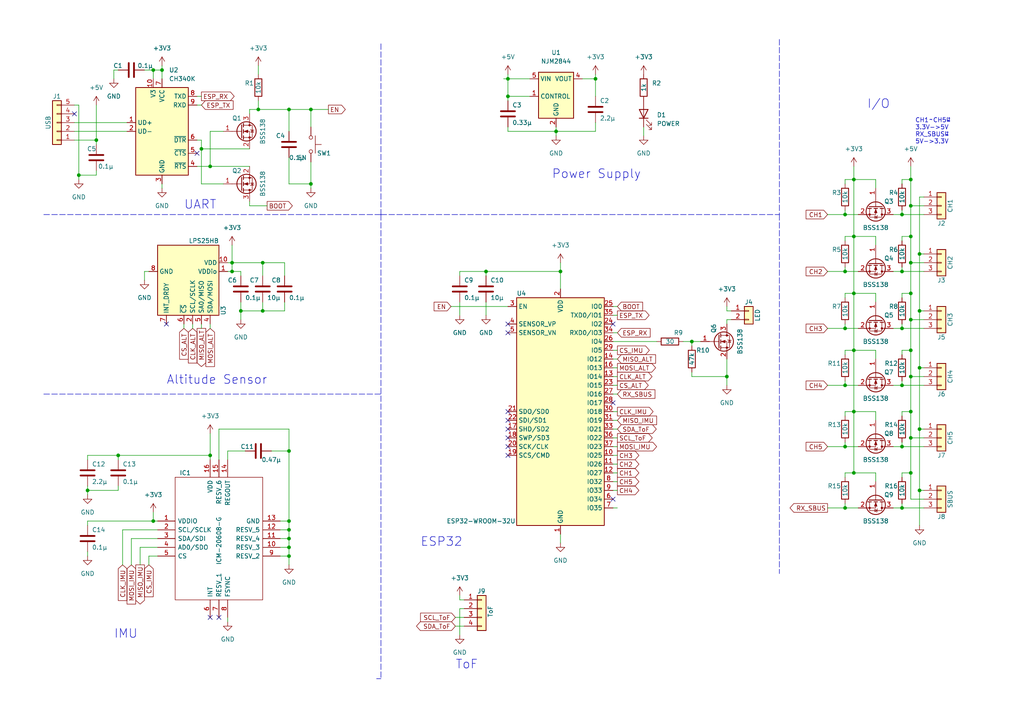
<source format=kicad_sch>
(kicad_sch (version 20211123) (generator eeschema)
  (paper "A4")
  (junction (at 264.16 137.16))
  (junction (at 147.32 22.86))
  (junction (at 74.93 31.75))
  (junction (at 27.94 40.64))
  (junction (at 264.16 85.09))
  (junction (at 90.17 53.34))
  (junction (at 76.2 90.17))
  (junction (at 266.7 90.17))
  (junction (at 83.82 151.13))
  (junction (at 25.4 142.24))
  (junction (at 60.96 48.26))
  (junction (at 266.7 73.66))
  (junction (at 261.62 111.76))
  (junction (at 261.62 147.32))
  (junction (at 140.97 78.74))
  (junction (at 83.82 156.21))
  (junction (at 264.16 52.07))
  (junction (at 44.45 151.13))
  (junction (at 247.65 137.16))
  (junction (at 247.65 85.09))
  (junction (at 76.2 76.2))
  (junction (at 245.11 111.76))
  (junction (at 245.11 95.25))
  (junction (at 83.82 161.29))
  (junction (at 90.17 31.75))
  (junction (at 245.11 62.23))
  (junction (at 34.29 132.08))
  (junction (at 245.11 147.32))
  (junction (at 261.62 129.54))
  (junction (at 22.86 50.8))
  (junction (at 83.82 31.75))
  (junction (at 162.56 78.74))
  (junction (at 83.82 158.75))
  (junction (at 83.82 130.81))
  (junction (at 172.72 22.86))
  (junction (at 83.82 153.67))
  (junction (at 264.16 119.38))
  (junction (at 266.7 142.24))
  (junction (at 264.16 101.6))
  (junction (at 264.16 59.69))
  (junction (at 247.65 101.6))
  (junction (at 67.31 76.2))
  (junction (at 161.29 38.1))
  (junction (at 264.16 127))
  (junction (at 210.82 109.22))
  (junction (at 60.96 132.08))
  (junction (at 264.16 92.71))
  (junction (at 44.45 20.32))
  (junction (at 69.85 90.17))
  (junction (at 264.16 109.22))
  (junction (at 266.7 124.46))
  (junction (at 67.31 78.74))
  (junction (at 247.65 119.38))
  (junction (at 264.16 76.2))
  (junction (at 147.32 27.94))
  (junction (at 247.65 52.07))
  (junction (at 266.7 106.68))
  (junction (at 247.65 68.58))
  (junction (at 46.99 20.32))
  (junction (at 58.42 43.18))
  (junction (at 261.62 62.23))
  (junction (at 245.11 129.54))
  (junction (at 261.62 78.74))
  (junction (at 264.16 68.58))
  (junction (at 261.62 95.25))
  (junction (at 245.11 78.74))
  (junction (at 200.66 99.06))
  (no_connect (at 177.8 144.78))
  (no_connect (at 147.32 119.38))
  (no_connect (at 147.32 121.92))
  (no_connect (at 147.32 132.08))
  (no_connect (at 147.32 129.54))
  (no_connect (at 147.32 124.46))
  (no_connect (at 147.32 127))
  (no_connect (at 60.96 179.07))
  (no_connect (at 177.8 116.84))
  (no_connect (at 21.59 33.02))
  (no_connect (at 63.5 179.07))
  (no_connect (at 48.26 93.98))
  (no_connect (at 57.15 44.45))
  (no_connect (at 147.32 93.98))
  (no_connect (at 147.32 96.52))
  (no_connect (at 177.8 93.98))
  (wire (pts (xy 247.65 52.07) (xy 247.65 68.58)))
  (wire (pts (xy 266.7 90.17) (xy 266.7 106.68)))
  (wire (pts (xy 34.29 132.08) (xy 60.96 132.08)))
  (wire (pts (xy 261.62 85.09) (xy 261.62 86.36)))
  (wire (pts (xy 264.16 119.38) (xy 264.16 127)))
  (wire (pts (xy 240.03 147.32) (xy 245.11 147.32)))
  (wire (pts (xy 177.8 137.16) (xy 179.07 137.16)))
  (wire (pts (xy 172.72 21.59) (xy 172.72 22.86)))
  (wire (pts (xy 261.62 129.54) (xy 267.97 129.54)))
  (wire (pts (xy 200.66 107.95) (xy 200.66 109.22)))
  (wire (pts (xy 43.18 161.29) (xy 45.72 161.29)))
  (wire (pts (xy 254 87.63) (xy 254 85.09)))
  (wire (pts (xy 267.97 57.15) (xy 266.7 57.15)))
  (wire (pts (xy 45.72 156.21) (xy 38.1 156.21)))
  (wire (pts (xy 259.08 95.25) (xy 261.62 95.25)))
  (wire (pts (xy 161.29 38.1) (xy 161.29 39.37)))
  (wire (pts (xy 76.2 76.2) (xy 67.31 76.2)))
  (wire (pts (xy 147.32 22.86) (xy 147.32 27.94)))
  (wire (pts (xy 177.8 91.44) (xy 179.07 91.44)))
  (wire (pts (xy 133.35 176.53) (xy 134.62 176.53)))
  (wire (pts (xy 133.35 78.74) (xy 133.35 80.01)))
  (wire (pts (xy 43.18 163.83) (xy 43.18 161.29)))
  (wire (pts (xy 177.8 114.3) (xy 179.07 114.3)))
  (wire (pts (xy 130.81 88.9) (xy 147.32 88.9)))
  (wire (pts (xy 90.17 53.34) (xy 90.17 54.61)))
  (wire (pts (xy 21.59 30.48) (xy 22.86 30.48)))
  (wire (pts (xy 261.62 52.07) (xy 261.62 53.34)))
  (wire (pts (xy 177.8 124.46) (xy 179.07 124.46)))
  (wire (pts (xy 133.35 78.74) (xy 140.97 78.74)))
  (wire (pts (xy 254 121.92) (xy 254 119.38)))
  (bus (pts (xy 156.21 -11.43) (xy 156.21 -2.54)))
  (wire (pts (xy 41.91 78.74) (xy 43.18 78.74)))
  (wire (pts (xy 27.94 40.64) (xy 27.94 41.91)))
  (wire (pts (xy 58.42 43.18) (xy 72.39 43.18)))
  (wire (pts (xy 245.11 62.23) (xy 245.11 60.96)))
  (wire (pts (xy 247.65 48.26) (xy 247.65 52.07)))
  (wire (pts (xy 240.03 62.23) (xy 245.11 62.23)))
  (wire (pts (xy 240.03 95.25) (xy 245.11 95.25)))
  (wire (pts (xy 22.86 30.48) (xy 22.86 50.8)))
  (wire (pts (xy 247.65 119.38) (xy 247.65 137.16)))
  (wire (pts (xy 177.8 139.7) (xy 179.07 139.7)))
  (wire (pts (xy 264.16 48.26) (xy 264.16 52.07)))
  (wire (pts (xy 133.35 87.63) (xy 133.35 91.44)))
  (wire (pts (xy 264.16 85.09) (xy 264.16 92.71)))
  (wire (pts (xy 245.11 111.76) (xy 245.11 110.49)))
  (wire (pts (xy 210.82 93.98) (xy 210.82 92.71)))
  (wire (pts (xy 140.97 78.74) (xy 140.97 80.01)))
  (wire (pts (xy 162.56 154.94) (xy 162.56 157.48)))
  (wire (pts (xy 240.03 111.76) (xy 245.11 111.76)))
  (wire (pts (xy 264.16 92.71) (xy 267.97 92.71)))
  (wire (pts (xy 60.96 38.1) (xy 60.96 48.26)))
  (wire (pts (xy 245.11 95.25) (xy 248.92 95.25)))
  (wire (pts (xy 261.62 110.49) (xy 261.62 111.76)))
  (wire (pts (xy 245.11 119.38) (xy 245.11 120.65)))
  (wire (pts (xy 83.82 31.75) (xy 83.82 38.1)))
  (wire (pts (xy 72.39 33.02) (xy 72.39 31.75)))
  (wire (pts (xy 90.17 31.75) (xy 90.17 36.83)))
  (wire (pts (xy 83.82 153.67) (xy 83.82 151.13)))
  (wire (pts (xy 57.15 30.48) (xy 58.42 30.48)))
  (wire (pts (xy 245.11 137.16) (xy 245.11 138.43)))
  (wire (pts (xy 60.96 48.26) (xy 72.39 48.26)))
  (wire (pts (xy 69.85 80.01) (xy 69.85 78.74)))
  (wire (pts (xy 264.16 101.6) (xy 264.16 109.22)))
  (wire (pts (xy 240.03 129.54) (xy 245.11 129.54)))
  (wire (pts (xy 177.8 101.6) (xy 179.07 101.6)))
  (wire (pts (xy 46.99 53.34) (xy 46.99 54.61)))
  (wire (pts (xy 264.16 76.2) (xy 267.97 76.2)))
  (wire (pts (xy 247.65 101.6) (xy 247.65 119.38)))
  (wire (pts (xy 161.29 38.1) (xy 172.72 38.1)))
  (wire (pts (xy 74.93 19.05) (xy 74.93 21.59)))
  (wire (pts (xy 41.91 81.28) (xy 41.91 78.74)))
  (wire (pts (xy 261.62 68.58) (xy 261.62 69.85)))
  (wire (pts (xy 247.65 85.09) (xy 245.11 85.09)))
  (wire (pts (xy 210.82 90.17) (xy 212.09 90.17)))
  (polyline (pts (xy 226.06 11.43) (xy 226.06 62.23)))
  (wire (pts (xy 247.65 52.07) (xy 254 52.07)))
  (wire (pts (xy 266.7 124.46) (xy 266.7 142.24)))
  (wire (pts (xy 133.35 184.15) (xy 133.35 176.53)))
  (wire (pts (xy 245.11 129.54) (xy 248.92 129.54)))
  (wire (pts (xy 245.11 95.25) (xy 245.11 93.98)))
  (wire (pts (xy 72.39 31.75) (xy 74.93 31.75)))
  (wire (pts (xy 34.29 140.97) (xy 34.29 142.24)))
  (wire (pts (xy 266.7 142.24) (xy 267.97 142.24)))
  (wire (pts (xy 69.85 90.17) (xy 69.85 92.71)))
  (wire (pts (xy 245.11 78.74) (xy 248.92 78.74)))
  (wire (pts (xy 247.65 68.58) (xy 254 68.58)))
  (wire (pts (xy 33.02 20.32) (xy 34.29 20.32)))
  (wire (pts (xy 55.88 93.98) (xy 55.88 95.25)))
  (wire (pts (xy 177.8 88.9) (xy 179.07 88.9)))
  (wire (pts (xy 60.96 93.98) (xy 60.96 95.25)))
  (wire (pts (xy 76.2 90.17) (xy 69.85 90.17)))
  (wire (pts (xy 200.66 99.06) (xy 200.66 100.33)))
  (wire (pts (xy 177.8 96.52) (xy 179.07 96.52)))
  (wire (pts (xy 69.85 87.63) (xy 69.85 90.17)))
  (wire (pts (xy 140.97 87.63) (xy 140.97 91.44)))
  (wire (pts (xy 60.96 132.08) (xy 60.96 133.35)))
  (wire (pts (xy 267.97 90.17) (xy 266.7 90.17)))
  (wire (pts (xy 67.31 76.2) (xy 66.04 76.2)))
  (wire (pts (xy 261.62 128.27) (xy 261.62 129.54)))
  (wire (pts (xy 247.65 137.16) (xy 254 137.16)))
  (wire (pts (xy 25.4 160.02) (xy 25.4 161.29)))
  (wire (pts (xy 247.65 119.38) (xy 245.11 119.38)))
  (wire (pts (xy 177.8 104.14) (xy 179.07 104.14)))
  (wire (pts (xy 261.62 146.05) (xy 261.62 147.32)))
  (wire (pts (xy 63.5 133.35) (xy 63.5 124.46)))
  (wire (pts (xy 264.16 59.69) (xy 267.97 59.69)))
  (wire (pts (xy 267.97 106.68) (xy 266.7 106.68)))
  (bus (pts (xy 142.24 -2.54) (xy 156.21 -2.54)))
  (wire (pts (xy 83.82 161.29) (xy 83.82 158.75)))
  (wire (pts (xy 259.08 78.74) (xy 261.62 78.74)))
  (wire (pts (xy 245.11 111.76) (xy 248.92 111.76)))
  (polyline (pts (xy 110.49 12.7) (xy 110.49 62.23)))
  (wire (pts (xy 146.05 22.86) (xy 147.32 22.86)))
  (wire (pts (xy 90.17 31.75) (xy 95.25 31.75)))
  (wire (pts (xy 57.15 27.94) (xy 58.42 27.94)))
  (wire (pts (xy 90.17 46.99) (xy 90.17 53.34)))
  (wire (pts (xy 261.62 147.32) (xy 267.97 147.32)))
  (wire (pts (xy 266.7 57.15) (xy 266.7 73.66)))
  (wire (pts (xy 264.16 144.78) (xy 264.16 137.16)))
  (wire (pts (xy 177.8 111.76) (xy 179.07 111.76)))
  (wire (pts (xy 58.42 43.18) (xy 58.42 53.34)))
  (wire (pts (xy 210.82 104.14) (xy 210.82 109.22)))
  (wire (pts (xy 254 104.14) (xy 254 101.6)))
  (wire (pts (xy 83.82 53.34) (xy 90.17 53.34)))
  (wire (pts (xy 76.2 80.01) (xy 76.2 76.2)))
  (polyline (pts (xy 109.22 196.85) (xy 110.49 196.85)))
  (wire (pts (xy 245.11 147.32) (xy 248.92 147.32)))
  (wire (pts (xy 245.11 129.54) (xy 245.11 128.27)))
  (wire (pts (xy 172.72 22.86) (xy 172.72 27.94)))
  (wire (pts (xy 78.74 130.81) (xy 83.82 130.81)))
  (wire (pts (xy 245.11 62.23) (xy 248.92 62.23)))
  (wire (pts (xy 67.31 71.12) (xy 67.31 76.2)))
  (wire (pts (xy 259.08 111.76) (xy 261.62 111.76)))
  (wire (pts (xy 261.62 137.16) (xy 264.16 137.16)))
  (wire (pts (xy 247.65 85.09) (xy 247.65 101.6)))
  (wire (pts (xy 81.28 156.21) (xy 83.82 156.21)))
  (wire (pts (xy 198.12 99.06) (xy 200.66 99.06)))
  (wire (pts (xy 66.04 78.74) (xy 67.31 78.74)))
  (wire (pts (xy 266.7 73.66) (xy 266.7 90.17)))
  (wire (pts (xy 210.82 109.22) (xy 210.82 111.76)))
  (wire (pts (xy 63.5 124.46) (xy 83.82 124.46)))
  (wire (pts (xy 264.16 59.69) (xy 264.16 68.58)))
  (wire (pts (xy 53.34 93.98) (xy 53.34 95.25)))
  (wire (pts (xy 210.82 88.9) (xy 210.82 90.17)))
  (wire (pts (xy 67.31 78.74) (xy 67.31 76.2)))
  (wire (pts (xy 264.16 127) (xy 267.97 127)))
  (wire (pts (xy 245.11 68.58) (xy 245.11 69.85)))
  (wire (pts (xy 177.8 134.62) (xy 179.07 134.62)))
  (wire (pts (xy 27.94 49.53) (xy 27.94 50.8)))
  (wire (pts (xy 74.93 31.75) (xy 83.82 31.75)))
  (wire (pts (xy 69.85 78.74) (xy 67.31 78.74)))
  (wire (pts (xy 83.82 124.46) (xy 83.82 130.81)))
  (wire (pts (xy 76.2 87.63) (xy 76.2 90.17)))
  (wire (pts (xy 261.62 137.16) (xy 261.62 138.43)))
  (wire (pts (xy 245.11 137.16) (xy 247.65 137.16)))
  (wire (pts (xy 25.4 142.24) (xy 25.4 143.51)))
  (wire (pts (xy 83.82 156.21) (xy 83.82 153.67)))
  (wire (pts (xy 177.8 106.68) (xy 179.07 106.68)))
  (wire (pts (xy 245.11 101.6) (xy 245.11 102.87)))
  (wire (pts (xy 240.03 78.74) (xy 245.11 78.74)))
  (wire (pts (xy 25.4 152.4) (xy 25.4 151.13)))
  (wire (pts (xy 60.96 38.1) (xy 64.77 38.1)))
  (wire (pts (xy 259.08 62.23) (xy 261.62 62.23)))
  (wire (pts (xy 177.8 99.06) (xy 190.5 99.06)))
  (wire (pts (xy 177.8 147.32) (xy 179.07 147.32)))
  (wire (pts (xy 247.65 68.58) (xy 247.65 85.09)))
  (wire (pts (xy 245.11 52.07) (xy 245.11 53.34)))
  (wire (pts (xy 247.65 52.07) (xy 245.11 52.07)))
  (wire (pts (xy 264.16 85.09) (xy 261.62 85.09)))
  (wire (pts (xy 72.39 59.69) (xy 72.39 58.42)))
  (wire (pts (xy 247.65 101.6) (xy 254 101.6)))
  (wire (pts (xy 267.97 73.66) (xy 266.7 73.66)))
  (wire (pts (xy 264.16 76.2) (xy 264.16 85.09)))
  (wire (pts (xy 147.32 38.1) (xy 161.29 38.1)))
  (wire (pts (xy 60.96 125.73) (xy 60.96 132.08)))
  (wire (pts (xy 25.4 142.24) (xy 34.29 142.24)))
  (wire (pts (xy 76.2 90.17) (xy 82.55 90.17)))
  (wire (pts (xy 254 54.61) (xy 254 52.07)))
  (wire (pts (xy 261.62 93.98) (xy 261.62 95.25)))
  (wire (pts (xy 247.65 85.09) (xy 254 85.09)))
  (wire (pts (xy 25.4 151.13) (xy 44.45 151.13)))
  (wire (pts (xy 264.16 68.58) (xy 264.16 76.2)))
  (wire (pts (xy 264.16 119.38) (xy 261.62 119.38)))
  (wire (pts (xy 82.55 76.2) (xy 76.2 76.2)))
  (wire (pts (xy 147.32 27.94) (xy 153.67 27.94)))
  (wire (pts (xy 74.93 29.21) (xy 74.93 31.75)))
  (wire (pts (xy 58.42 43.18) (xy 58.42 40.64)))
  (wire (pts (xy 22.86 50.8) (xy 22.86 52.07)))
  (wire (pts (xy 147.32 21.59) (xy 147.32 22.86)))
  (wire (pts (xy 177.8 129.54) (xy 179.07 129.54)))
  (wire (pts (xy 132.08 181.61) (xy 134.62 181.61)))
  (wire (pts (xy 147.32 36.83) (xy 147.32 38.1)))
  (wire (pts (xy 132.08 179.07) (xy 134.62 179.07)))
  (wire (pts (xy 147.32 22.86) (xy 153.67 22.86)))
  (wire (pts (xy 177.8 119.38) (xy 179.07 119.38)))
  (wire (pts (xy 147.32 27.94) (xy 147.32 29.21)))
  (polyline (pts (xy 110.49 62.23) (xy 226.06 62.23)))
  (wire (pts (xy 247.65 119.38) (xy 254 119.38)))
  (wire (pts (xy 177.8 132.08) (xy 179.07 132.08)))
  (wire (pts (xy 245.11 85.09) (xy 245.11 86.36)))
  (wire (pts (xy 81.28 153.67) (xy 83.82 153.67)))
  (wire (pts (xy 66.04 133.35) (xy 66.04 130.81)))
  (wire (pts (xy 21.59 35.56) (xy 36.83 35.56)))
  (wire (pts (xy 133.35 172.72) (xy 133.35 173.99)))
  (wire (pts (xy 177.8 121.92) (xy 179.07 121.92)))
  (wire (pts (xy 57.15 40.64) (xy 58.42 40.64)))
  (wire (pts (xy 264.16 109.22) (xy 264.16 119.38)))
  (wire (pts (xy 264.16 68.58) (xy 261.62 68.58)))
  (wire (pts (xy 83.82 45.72) (xy 83.82 53.34)))
  (wire (pts (xy 21.59 40.64) (xy 27.94 40.64)))
  (wire (pts (xy 44.45 148.59) (xy 44.45 151.13)))
  (wire (pts (xy 27.94 40.64) (xy 27.94 30.48)))
  (wire (pts (xy 266.7 106.68) (xy 266.7 124.46)))
  (wire (pts (xy 254 71.12) (xy 254 68.58)))
  (wire (pts (xy 161.29 36.83) (xy 161.29 38.1)))
  (wire (pts (xy 261.62 60.96) (xy 261.62 62.23)))
  (wire (pts (xy 83.82 130.81) (xy 83.82 151.13)))
  (wire (pts (xy 81.28 161.29) (xy 83.82 161.29)))
  (wire (pts (xy 162.56 78.74) (xy 162.56 83.82)))
  (wire (pts (xy 259.08 129.54) (xy 261.62 129.54)))
  (wire (pts (xy 254 137.16) (xy 254 139.7)))
  (wire (pts (xy 200.66 99.06) (xy 203.2 99.06)))
  (polyline (pts (xy 12.7 114.3) (xy 110.49 114.3)))
  (wire (pts (xy 33.02 22.86) (xy 33.02 20.32)))
  (wire (pts (xy 40.64 163.83) (xy 40.64 158.75)))
  (wire (pts (xy 82.55 80.01) (xy 82.55 76.2)))
  (wire (pts (xy 46.99 19.05) (xy 46.99 20.32)))
  (wire (pts (xy 21.59 38.1) (xy 36.83 38.1)))
  (wire (pts (xy 82.55 87.63) (xy 82.55 90.17)))
  (wire (pts (xy 162.56 76.2) (xy 162.56 78.74)))
  (wire (pts (xy 66.04 179.07) (xy 66.04 180.34)))
  (polyline (pts (xy 226.06 62.23) (xy 226.06 166.37)))
  (wire (pts (xy 83.82 158.75) (xy 83.82 156.21)))
  (wire (pts (xy 27.94 50.8) (xy 22.86 50.8)))
  (wire (pts (xy 81.28 158.75) (xy 83.82 158.75)))
  (wire (pts (xy 38.1 156.21) (xy 38.1 163.83)))
  (wire (pts (xy 172.72 35.56) (xy 172.72 38.1)))
  (wire (pts (xy 247.65 68.58) (xy 245.11 68.58)))
  (wire (pts (xy 264.16 52.07) (xy 261.62 52.07)))
  (wire (pts (xy 267.97 124.46) (xy 266.7 124.46)))
  (polyline (pts (xy 110.49 62.23) (xy 110.49 196.85)))
  (wire (pts (xy 83.82 151.13) (xy 81.28 151.13)))
  (wire (pts (xy 200.66 109.22) (xy 210.82 109.22)))
  (wire (pts (xy 264.16 127) (xy 264.16 137.16)))
  (wire (pts (xy 261.62 78.74) (xy 267.97 78.74)))
  (wire (pts (xy 264.16 52.07) (xy 264.16 59.69)))
  (wire (pts (xy 245.11 147.32) (xy 245.11 146.05)))
  (wire (pts (xy 259.08 147.32) (xy 261.62 147.32)))
  (wire (pts (xy 140.97 78.74) (xy 162.56 78.74)))
  (wire (pts (xy 261.62 101.6) (xy 261.62 102.87)))
  (wire (pts (xy 266.7 152.4) (xy 266.7 142.24)))
  (wire (pts (xy 177.8 127) (xy 179.07 127)))
  (wire (pts (xy 44.45 20.32) (xy 46.99 20.32)))
  (wire (pts (xy 57.15 48.26) (xy 60.96 48.26)))
  (wire (pts (xy 261.62 77.47) (xy 261.62 78.74)))
  (wire (pts (xy 177.8 109.22) (xy 179.07 109.22)))
  (wire (pts (xy 245.11 78.74) (xy 245.11 77.47)))
  (wire (pts (xy 72.39 59.69) (xy 77.47 59.69)))
  (wire (pts (xy 133.35 173.99) (xy 134.62 173.99)))
  (wire (pts (xy 261.62 119.38) (xy 261.62 120.65)))
  (wire (pts (xy 66.04 130.81) (xy 71.12 130.81)))
  (wire (pts (xy 168.91 22.86) (xy 172.72 22.86)))
  (wire (pts (xy 210.82 92.71) (xy 212.09 92.71)))
  (wire (pts (xy 58.42 93.98) (xy 58.42 95.25)))
  (wire (pts (xy 261.62 95.25) (xy 267.97 95.25)))
  (wire (pts (xy 25.4 132.08) (xy 34.29 132.08)))
  (wire (pts (xy 83.82 31.75) (xy 90.17 31.75)))
  (wire (pts (xy 35.56 153.67) (xy 35.56 163.83)))
  (wire (pts (xy 46.99 20.32) (xy 46.99 22.86)))
  (wire (pts (xy 186.69 39.37) (xy 186.69 36.83)))
  (wire (pts (xy 83.82 163.83) (xy 83.82 161.29)))
  (polyline (pts (xy 12.7 62.23) (xy 110.49 62.23)))
  (wire (pts (xy 34.29 132.08) (xy 34.29 133.35)))
  (wire (pts (xy 264.16 101.6) (xy 261.62 101.6)))
  (wire (pts (xy 64.77 53.34) (xy 58.42 53.34)))
  (wire (pts (xy 25.4 133.35) (xy 25.4 132.08)))
  (wire (pts (xy 44.45 20.32) (xy 44.45 22.86)))
  (wire (pts (xy 264.16 92.71) (xy 264.16 101.6)))
  (wire (pts (xy 40.64 158.75) (xy 45.72 158.75)))
  (wire (pts (xy 25.4 140.97) (xy 25.4 142.24)))
  (wire (pts (xy 261.62 62.23) (xy 267.97 62.23)))
  (wire (pts (xy 247.65 101.6) (xy 245.11 101.6)))
  (wire (pts (xy 41.91 20.32) (xy 44.45 20.32)))
  (wire (pts (xy 44.45 151.13) (xy 45.72 151.13)))
  (wire (pts (xy 264.16 109.22) (xy 267.97 109.22)))
  (wire (pts (xy 261.62 111.76) (xy 267.97 111.76)))
  (wire (pts (xy 264.16 144.78) (xy 267.97 144.78)))
  (wire (pts (xy 177.8 142.24) (xy 179.07 142.24)))
  (wire (pts (xy 45.72 153.67) (xy 35.56 153.67)))
  (text "ToF" (at 132.08 194.31 0) (effects (font (size 2.54 2.54)) (justify left bottom)))
  (text "ESP32" (at 121.92 158.75 0) (effects (font (size 2.54 2.54)) (justify left bottom)))
  (text "CH1～CH5は\n3.3V->5V\nRX_SBUSは\n5V->3.3V" (at 265.43 41.91 0) (effects (font (size 1.27 1.27)) (justify left bottom)))
  (text "I/O" (at 251.46 31.75 0) (effects (font (size 2.54 2.54)) (justify left bottom)))
  (text "Power Supply" (at 160.02 52.07 0) (effects (font (size 2.54 2.54)) (justify left bottom)))
  (text "IMU" (at 33.02 185.42 0) (effects (font (size 2.54 2.54)) (justify left bottom)))
  (text "Altitude Sensor" (at 48.26 111.76 0) (effects (font (size 2.54 2.54)) (justify left bottom)))
  (text "UART" (at 53.34 60.96 0) (effects (font (size 2.54 2.54)) (justify left bottom)))
  (global_label "CH2" (shape output) (at 179.07 134.62 0) (property "Intersheet References" "${INTERSHEET_REFS}" (effects hide)))
  (global_label "CH1" (shape input) (at 240.03 62.23 180) (property "Intersheet References" "${INTERSHEET_REFS}" (effects hide)))
  (global_label "ESP_TX" (shape input) (at 58.42 30.48 0) (property "Intersheet References" "${INTERSHEET_REFS}" (effects hide)))
  (global_label "CH4" (shape output) (at 179.07 142.24 0) (property "Intersheet References" "${INTERSHEET_REFS}" (effects hide)))
  (global_label "CH5" (shape output) (at 179.07 139.7 0) (property "Intersheet References" "${INTERSHEET_REFS}" (effects hide)))
  (global_label "MISO_IMU" (shape input) (at 179.07 121.92 0) (property "Intersheet References" "${INTERSHEET_REFS}" (effects hide)))
  (global_label "CH2" (shape input) (at 240.03 78.74 180) (property "Intersheet References" "${INTERSHEET_REFS}" (effects hide)))
  (global_label "EN" (shape input) (at 130.81 88.9 180) (property "Intersheet References" "${INTERSHEET_REFS}" (effects hide)))
  (global_label "SCL_ToF" (shape input) (at 132.08 179.07 180) (property "Intersheet References" "${INTERSHEET_REFS}" (effects hide)))
  (global_label "SCL_ToF" (shape output) (at 179.07 127 0) (property "Intersheet References" "${INTERSHEET_REFS}" (effects hide)))
  (global_label "MISO_IMU" (shape output) (at 40.64 163.83 270) (property "Intersheet References" "${INTERSHEET_REFS}" (effects hide)))
  (global_label "RX_SBUS" (shape output) (at 240.03 147.32 180) (property "Intersheet References" "${INTERSHEET_REFS}" (effects hide)))
  (global_label "CH3" (shape input) (at 240.03 95.25 180) (property "Intersheet References" "${INTERSHEET_REFS}" (effects hide)))
  (global_label "CS_ALT" (shape input) (at 53.34 95.25 270) (property "Intersheet References" "${INTERSHEET_REFS}" (effects hide)))
  (global_label "CH4" (shape input) (at 240.03 111.76 180) (property "Intersheet References" "${INTERSHEET_REFS}" (effects hide)))
  (global_label "CS_IMU" (shape input) (at 43.18 163.83 270) (property "Intersheet References" "${INTERSHEET_REFS}" (effects hide)))
  (global_label "CS_ALT" (shape output) (at 179.07 111.76 0) (property "Intersheet References" "${INTERSHEET_REFS}" (effects hide)))
  (global_label "SDA_ToF" (shape bidirectional) (at 132.08 181.61 180) (property "Intersheet References" "${INTERSHEET_REFS}" (effects hide)))
  (global_label "ESP_RX" (shape input) (at 179.07 96.52 0) (property "Intersheet References" "${INTERSHEET_REFS}" (effects hide)))
  (global_label "EN" (shape output) (at 95.25 31.75 0) (property "Intersheet References" "${INTERSHEET_REFS}" (effects hide)))
  (global_label "MISO_ALT" (shape output) (at 58.42 95.25 270) (property "Intersheet References" "${INTERSHEET_REFS}" (effects hide)))
  (global_label "MOSI_ALT" (shape output) (at 179.07 106.68 0) (property "Intersheet References" "${INTERSHEET_REFS}" (effects hide)))
  (global_label "CLK_IMU" (shape input) (at 35.56 163.83 270) (property "Intersheet References" "${INTERSHEET_REFS}" (effects hide)))
  (global_label "CS_IMU" (shape output) (at 179.07 101.6 0) (property "Intersheet References" "${INTERSHEET_REFS}" (effects hide)))
  (global_label "MISO_ALT" (shape input) (at 179.07 104.14 0) (property "Intersheet References" "${INTERSHEET_REFS}" (effects hide)))
  (global_label "MOSI_ALT" (shape input) (at 60.96 95.25 270) (property "Intersheet References" "${INTERSHEET_REFS}" (effects hide)))
  (global_label "BOOT" (shape input) (at 179.07 88.9 0) (property "Intersheet References" "${INTERSHEET_REFS}" (effects hide)))
  (global_label "CH5" (shape input) (at 240.03 129.54 180) (property "Intersheet References" "${INTERSHEET_REFS}" (effects hide)))
  (global_label "ESP_TX" (shape output) (at 179.07 91.44 0) (property "Intersheet References" "${INTERSHEET_REFS}" (effects hide)))
  (global_label "RX_SBUS" (shape input) (at 179.07 114.3 0) (property "Intersheet References" "${INTERSHEET_REFS}" (effects hide)))
  (global_label "CH3" (shape output) (at 179.07 132.08 0) (property "Intersheet References" "${INTERSHEET_REFS}" (effects hide)))
  (global_label "MOSI_IMU" (shape output) (at 179.07 129.54 0) (property "Intersheet References" "${INTERSHEET_REFS}" (effects hide)))
  (global_label "CH1" (shape output) (at 179.07 137.16 0) (property "Intersheet References" "${INTERSHEET_REFS}" (effects hide)))
  (global_label "MOSI_IMU" (shape input) (at 38.1 163.83 270) (property "Intersheet References" "${INTERSHEET_REFS}" (effects hide)))
  (global_label "BOOT" (shape output) (at 77.47 59.69 0) (property "Intersheet References" "${INTERSHEET_REFS}" (effects hide)))
  (global_label "ESP_RX" (shape output) (at 58.42 27.94 0) (property "Intersheet References" "${INTERSHEET_REFS}" (effects hide)))
  (global_label "CLK_ALT" (shape input) (at 55.88 95.25 270) (property "Intersheet References" "${INTERSHEET_REFS}" (effects hide)))
  (global_label "SDA_ToF" (shape bidirectional) (at 179.07 124.46 0) (property "Intersheet References" "${INTERSHEET_REFS}" (effects hide)))
  (global_label "CLK_IMU" (shape output) (at 179.07 119.38 0) (property "Intersheet References" "${INTERSHEET_REFS}" (effects hide)))
  (global_label "CLK_ALT" (shape output) (at 179.07 109.22 0) (property "Intersheet References" "${INTERSHEET_REFS}" (effects hide)))
  (symbol (lib_id "power:+3V3") (at 172.72 21.59 0) (unit 1)
    (property "Reference" "#PWR04" (effects hide))
    (property "Value" "+3V3" (at 172.72 16.51 0))
  )
  (symbol (lib_id "NJM2844:NJM2844") (at 161.29 25.4 0) (unit 1)
    (property "Reference" "U1" (at 161.29 15.24 0))
    (property "Value" "NJM2844" (at 161.29 17.78 0))
    (property "Footprint" "Package_TO_SOT_SMD:SOT-89-5_Handsoldering" (effects hide))
  )
  (symbol (lib_id "Connector_Generic:Conn_01x03") (at 273.05 59.69 0) (unit 1)
    (property "Reference" "J2" (at 273.05 64.77 0))
    (property "Value" "CH1" (at 275.59 59.69 90))
    (property "Footprint" "Connector_PinHeader_2.54mm:PinHeader_1x03_P2.54mm_Vertical" (effects hide))
  )
  (symbol (lib_id "power:GND") (at 41.91 81.28 0) (unit 1)
    (property "Reference" "#PWR017" (effects hide))
    (property "Value" "GND" (at 41.91 86.36 0))
  )
  (symbol (lib_id "power:GND") (at 140.97 91.44 0) (unit 1)
    (property "Reference" "#PWR020" (effects hide))
    (property "Value" "GND" (at 140.97 96.52 0))
  )
  (symbol (lib_id "power:+5V") (at 147.32 21.59 0) (unit 1)
    (property "Reference" "#PWR03" (effects hide))
    (property "Value" "+5V" (at 147.32 16.51 0))
  )
  (symbol (lib_id "power:GND") (at 69.85 92.71 0) (unit 1)
    (property "Reference" "#PWR021" (effects hide))
    (property "Value" "GND" (at 69.85 97.79 0))
  )
  (symbol (lib_id "Connector_Generic:Conn_01x03") (at 273.05 109.22 0) (unit 1)
    (property "Reference" "J6" (at 273.05 114.3 0))
    (property "Value" "CH4" (at 275.59 109.22 90))
    (property "Footprint" "Connector_PinHeader_2.54mm:PinHeader_1x03_P2.54mm_Vertical" (effects hide))
  )
  (symbol (lib_id "Device:C") (at 140.97 83.82 0) (unit 1)
    (property "Reference" "C10" (at 142.24 81.28 0) (effects (justify left)))
    (property "Value" "10μ" (at 142.24 86.36 0) (effects (justify left)))
    (property "Footprint" "Capacitor_SMD:C_0603_1608Metric_Pad1.08x0.95mm_HandSolder" (effects hide))
  )
  (symbol (lib_id "power:+5V") (at 27.94 30.48 0) (unit 1)
    (property "Reference" "#PWR07" (effects hide))
    (property "Value" "+5V" (at 27.94 25.4 0))
  )
  (symbol (lib_id "Sensor_Pressure:LPS25HB") (at 55.88 81.28 270) (unit 1)
    (property "Reference" "U3" (at 64.77 91.44 0) (effects (justify right)))
    (property "Value" "LPS25HB" (at 63.5 69.85 90) (effects (justify right)))
    (property "Footprint" "Package_LGA:ST_HLGA-10_2.5x2.5mm_P0.6mm_LayoutBorder3x2y" (effects hide))
    (property "Datasheet" "www.st.com/resource/en/datasheet/lps25hb.pdf" (effects hide))
  )
  (symbol (lib_id "Connector_Generic:Conn_01x03") (at 273.05 92.71 0) (unit 1)
    (property "Reference" "J5" (at 273.05 97.79 0))
    (property "Value" "CH3" (at 275.59 92.71 90))
    (property "Footprint" "Connector_PinHeader_2.54mm:PinHeader_1x03_P2.54mm_Vertical" (effects hide))
  )
  (symbol (lib_id "Device:R") (at 245.11 73.66 0) (unit 1)
    (property "Reference" "R5" (at 241.3 72.39 0) (effects (justify left)))
    (property "Value" "10k" (at 245.11 73.66 90))
    (property "Footprint" "Resistor_SMD:R_0603_1608Metric_Pad0.98x0.95mm_HandSolder" (effects hide))
  )
  (symbol (lib_id "Device:R") (at 261.62 106.68 0) (unit 1)
    (property "Reference" "R12" (at 256.54 105.41 0) (effects (justify left)))
    (property "Value" "10k" (at 261.62 106.68 90))
    (property "Footprint" "Resistor_SMD:R_0603_1608Metric_Pad0.98x0.95mm_HandSolder" (effects hide))
  )
  (symbol (lib_id "Device:C") (at 172.72 31.75 0) (unit 1)
    (property "Reference" "C2" (at 173.99 29.21 0) (effects (justify left)))
    (property "Value" "2.2μ" (at 173.99 34.29 0) (effects (justify left)))
    (property "Footprint" "Capacitor_SMD:C_0603_1608Metric_Pad1.08x0.95mm_HandSolder" (effects hide))
  )
  (symbol (lib_id "power:+3V3") (at 67.31 71.12 0) (unit 1)
    (property "Reference" "#PWR015" (effects hide))
    (property "Value" "+3V3" (at 67.31 66.04 0))
  )
  (symbol (lib_id "Connector_Generic:Conn_01x02") (at 217.17 90.17 0) (unit 1)
    (property "Reference" "J4" (at 217.17 87.63 0))
    (property "Value" "LED" (at 219.71 91.44 90))
    (property "Footprint" "Connector_PinHeader_1.27mm:PinHeader_1x02_P1.27mm_Vertical" (effects hide))
  )
  (symbol (lib_id "power:+3V3") (at 186.69 21.59 0) (unit 1)
    (property "Reference" "#PWR05" (effects hide))
    (property "Value" "+3V3" (at 186.69 16.51 0))
  )
  (symbol (lib_id "Transistor_FET:BSS138") (at 254 109.22 270) (unit 1)
    (property "Reference" "Q7" (at 257.81 107.95 90))
    (property "Value" "BSS138" (at 254 115.57 90))
    (property "Footprint" "Package_TO_SOT_SMD:SOT-23" (effects hide))
    (property "Datasheet" "https://www.onsemi.com/pub/Collateral/BSS138-D.PDF" (effects hide))
  )
  (symbol (lib_id "Device:C") (at 27.94 45.72 180) (unit 1)
    (property "Reference" "C5" (at 27.94 43.18 0) (effects (justify left)))
    (property "Value" "0.1μ" (at 33.02 48.26 0) (effects (justify left)))
    (property "Footprint" "Capacitor_SMD:C_0603_1608Metric_Pad1.08x0.95mm_HandSolder" (effects hide))
  )
  (symbol (lib_id "Device:R") (at 261.62 90.17 0) (unit 1)
    (property "Reference" "R8" (at 257.81 88.9 0) (effects (justify left)))
    (property "Value" "10k" (at 261.62 90.17 90))
    (property "Footprint" "Resistor_SMD:R_0603_1608Metric_Pad0.98x0.95mm_HandSolder" (effects hide))
  )
  (symbol (lib_id "power:GND") (at 186.69 39.37 0) (unit 1)
    (property "Reference" "#PWR09" (effects hide))
    (property "Value" "GND" (at 186.69 44.45 0))
  )
  (symbol (lib_id "Device:C") (at 74.93 130.81 90) (unit 1)
    (property "Reference" "C11" (at 73.66 129.54 90) (effects (justify left)))
    (property "Value" "0.47μ" (at 78.74 133.35 90))
    (property "Footprint" "Capacitor_SMD:C_0603_1608Metric_Pad1.08x0.95mm_HandSolder" (effects hide))
  )
  (symbol (lib_id "power:GND") (at 90.17 54.61 0) (unit 1)
    (property "Reference" "#PWR014" (effects hide))
    (property "Value" "GND" (at 90.17 59.69 0))
  )
  (symbol (lib_id "Transistor_FET:BSS138") (at 254 127 270) (unit 1)
    (property "Reference" "Q8" (at 257.81 125.73 90))
    (property "Value" "BSS138" (at 254 133.35 90))
    (property "Footprint" "Package_TO_SOT_SMD:SOT-23" (effects hide))
    (property "Datasheet" "https://www.onsemi.com/pub/Collateral/BSS138-D.PDF" (effects hide))
  )
  (symbol (lib_id "Transistor_FET:BSS138") (at 69.85 38.1 0) (unit 1)
    (property "Reference" "Q1" (at 67.31 34.29 0) (effects (justify left)))
    (property "Value" "BSS138" (at 76.2 41.91 90) (effects (justify left)))
    (property "Footprint" "Package_TO_SOT_SMD:SOT-23" (effects hide))
    (property "Datasheet" "https://www.onsemi.com/pub/Collateral/BSS138-D.PDF" (effects hide))
  )
  (symbol (lib_id "Device:R") (at 261.62 124.46 0) (unit 1)
    (property "Reference" "R14" (at 256.54 123.19 0) (effects (justify left)))
    (property "Value" "10k" (at 261.62 124.46 90))
    (property "Footprint" "Resistor_SMD:R_0603_1608Metric_Pad0.98x0.95mm_HandSolder" (effects hide))
  )
  (symbol (lib_id "Device:R") (at 245.11 90.17 0) (unit 1)
    (property "Reference" "R7" (at 241.3 88.9 0) (effects (justify left)))
    (property "Value" "10k" (at 245.11 90.17 90))
    (property "Footprint" "Resistor_SMD:R_0603_1608Metric_Pad0.98x0.95mm_HandSolder" (effects hide))
  )
  (symbol (lib_id "CH340K:CH340K") (at 46.99 38.1 0) (unit 1)
    (property "Reference" "U2" (at 49.0094 20.32 0) (effects (justify left)))
    (property "Value" "CH340K" (at 49.0094 22.86 0) (effects (justify left)))
    (property "Footprint" "Package_SO:SSOP-10_3.9x4.9mm_P1.00mm" (effects hide))
    (property "Datasheet" "https://www.mpja.com/download/35227cpdata.pdf" (effects hide))
  )
  (symbol (lib_id "Connector_Generic:Conn_01x03") (at 273.05 127 0) (unit 1)
    (property "Reference" "J7" (at 273.05 132.08 0))
    (property "Value" "CH5" (at 275.59 127 90))
    (property "Footprint" "Connector_PinHeader_2.54mm:PinHeader_1x03_P2.54mm_Vertical" (effects hide))
  )
  (symbol (lib_id "Device:LED") (at 186.69 33.02 90) (unit 1)
    (property "Reference" "D1" (at 190.5 33.3374 90) (effects (justify right)))
    (property "Value" "POWER" (at 190.5 35.8774 90) (effects (justify right)))
    (property "Footprint" "LED_SMD:LED_0603_1608Metric_Pad1.05x0.95mm_HandSolder" (effects hide))
  )
  (symbol (lib_id "Device:C") (at 83.82 41.91 0) (unit 1)
    (property "Reference" "C4" (at 80.01 39.37 0) (effects (justify left)))
    (property "Value" "0.1μ" (at 83.82 45.72 0) (effects (justify left)))
    (property "Footprint" "Capacitor_SMD:C_0603_1608Metric_Pad1.08x0.95mm_HandSolder" (effects hide))
  )
  (symbol (lib_id "power:+3V3") (at 210.82 88.9 0) (unit 1)
    (property "Reference" "#PWR018" (effects hide))
    (property "Value" "+3V3" (at 210.82 83.82 0))
  )
  (symbol (lib_id "power:+5V") (at 264.16 48.26 0) (unit 1)
    (property "Reference" "#PWR011" (effects hide))
    (property "Value" "+5V" (at 264.16 43.18 0))
  )
  (symbol (lib_id "Transistor_FET:BSS138") (at 254 59.69 270) (unit 1)
    (property "Reference" "Q3" (at 257.81 58.42 90))
    (property "Value" "BSS138" (at 254 66.04 90))
    (property "Footprint" "Package_TO_SOT_SMD:SOT-23" (effects hide))
    (property "Datasheet" "https://www.onsemi.com/pub/Collateral/BSS138-D.PDF" (effects hide))
  )
  (symbol (lib_id "power:+3V3") (at 44.45 148.59 0) (unit 1)
    (property "Reference" "#PWR025" (effects hide))
    (property "Value" "+3V3" (at 44.45 143.51 0))
  )
  (symbol (lib_id "power:GND") (at 266.7 152.4 0) (unit 1)
    (property "Reference" "#PWR026" (effects hide))
    (property "Value" "GND" (at 266.7 157.48 0))
  )
  (symbol (lib_id "Device:C") (at 38.1 20.32 90) (unit 1)
    (property "Reference" "C1" (at 35.56 19.05 90) (effects (justify left)))
    (property "Value" "0.1μ" (at 44.45 19.05 90) (effects (justify left)))
    (property "Footprint" "Capacitor_SMD:C_0603_1608Metric_Pad1.08x0.95mm_HandSolder" (effects hide))
  )
  (symbol (lib_id "Device:R") (at 186.69 25.4 180) (unit 1)
    (property "Reference" "R2" (at 191.77 24.13 0) (effects (justify left)))
    (property "Value" "1k" (at 186.69 25.4 90))
    (property "Footprint" "Resistor_SMD:R_0603_1608Metric_Pad0.98x0.95mm_HandSolder" (effects hide))
  )
  (symbol (lib_id "Connector_Generic:Conn_01x04") (at 139.7 176.53 0) (unit 1)
    (property "Reference" "J9" (at 138.43 171.45 0) (effects (justify left)))
    (property "Value" "ToF" (at 142.24 179.07 90) (effects (justify left)))
    (property "Footprint" "Connector_PinHeader_1.27mm:PinHeader_1x04_P1.27mm_Vertical" (effects hide))
  )
  (symbol (lib_id "Device:R") (at 245.11 124.46 0) (unit 1)
    (property "Reference" "R13" (at 240.03 123.19 0) (effects (justify left)))
    (property "Value" "10k" (at 245.11 124.46 90))
    (property "Footprint" "Resistor_SMD:R_0603_1608Metric_Pad0.98x0.95mm_HandSolder" (effects hide))
  )
  (symbol (lib_id "power:GND") (at 22.86 52.07 0) (unit 1)
    (property "Reference" "#PWR012" (effects hide))
    (property "Value" "GND" (at 22.86 57.15 0))
  )
  (symbol (lib_id "power:GND") (at 25.4 161.29 0) (unit 1)
    (property "Reference" "#PWR028" (effects hide))
    (property "Value" "GND" (at 25.4 166.37 0))
  )
  (symbol (lib_id "SamacSys_Parts:ICM-20608-G") (at 45.72 151.13 0) (unit 1)
    (property "Reference" "IC1" (at 52.07 137.16 0) (effects (justify left)))
    (property "Value" "ICM-20608-G" (at 63.5 163.83 90) (effects (justify left)))
    (property "Footprint" "IAM20680HP" (effects hide))
    (property "Datasheet" "https://3cfeqx1hf82y3xcoull08ihx-wpengine.netdna-ssl.com/wp-content/uploads/2021/03/DS-000135-ICG-20660-TYP-v1.2.pdf" (effects hide))
    (property "Description" "6-Axis MEMS MotionTracking? Device" (effects hide))
    (property "Mouser Part Number" "410-ICM-20608-G" (effects hide))
    (property "Mouser Price/Stock" "https://www.mouser.co.uk/ProductDetail/TDK-InvenSense/ICM-20608-G?qs=u4fy%2FsgLU9NkRMtJWsPTtQ%3D%3D" (effects hide))
    (property "Manufacturer_Name" "TDK" (effects hide))
    (property "Manufacturer_Part_Number" "ICM-20608-G" (effects hide))
  )
  (symbol (lib_id "Device:R") (at 261.62 73.66 0) (unit 1)
    (property "Reference" "R6" (at 257.81 72.39 0) (effects (justify left)))
    (property "Value" "10k" (at 261.62 73.66 90))
    (property "Footprint" "Resistor_SMD:R_0603_1608Metric_Pad0.98x0.95mm_HandSolder" (effects hide))
  )
  (symbol (lib_id "Device:R") (at 74.93 25.4 180) (unit 1)
    (property "Reference" "R1" (at 73.66 24.13 0) (effects (justify left)))
    (property "Value" "10k" (at 74.93 25.4 90))
    (property "Footprint" "Resistor_SMD:R_0603_1608Metric_Pad0.98x0.95mm_HandSolder" (effects hide))
  )
  (symbol (lib_id "Device:C") (at 76.2 83.82 180) (unit 1)
    (property "Reference" "C7" (at 72.39 81.28 0) (effects (justify right)))
    (property "Value" "10μ" (at 77.47 86.36 0) (effects (justify right)))
    (property "Footprint" "Capacitor_SMD:C_0603_1608Metric_Pad1.08x0.95mm_HandSolder" (effects hide))
  )
  (symbol (lib_id "Device:C") (at 25.4 137.16 0) (unit 1)
    (property "Reference" "C12" (at 26.67 134.62 0) (effects (justify left)))
    (property "Value" "2.2μ" (at 26.67 139.7 0) (effects (justify left)))
    (property "Footprint" "Capacitor_SMD:C_0603_1608Metric_Pad1.08x0.95mm_HandSolder" (effects hide))
  )
  (symbol (lib_id "Transistor_FET:BSS138") (at 208.28 99.06 0) (unit 1)
    (property "Reference" "Q6" (at 207.01 95.25 90))
    (property "Value" "BSS138" (at 214.63 99.06 90))
    (property "Footprint" "Package_TO_SOT_SMD:SOT-23" (effects hide))
    (property "Datasheet" "https://www.onsemi.com/pub/Collateral/BSS138-D.PDF" (effects hide))
  )
  (symbol (lib_id "Device:R") (at 261.62 142.24 0) (unit 1)
    (property "Reference" "R16" (at 256.54 140.97 0) (effects (justify left)))
    (property "Value" "10k" (at 261.62 142.24 90))
    (property "Footprint" "Resistor_SMD:R_0603_1608Metric_Pad0.98x0.95mm_HandSolder" (effects hide))
  )
  (symbol (lib_id "power:GND") (at 25.4 143.51 0) (unit 1)
    (property "Reference" "#PWR024" (effects hide))
    (property "Value" "GND" (at 25.4 148.59 0))
  )
  (symbol (lib_id "power:+3V3") (at 133.35 172.72 0) (unit 1)
    (property "Reference" "#PWR030" (effects hide))
    (property "Value" "+3V3" (at 133.35 167.64 0))
  )
  (symbol (lib_id "Connector_Generic:Conn_01x05") (at 16.51 35.56 180) (unit 1)
    (property "Reference" "J1" (at 16.51 27.94 0))
    (property "Value" "USB" (at 13.97 35.56 90))
    (property "Footprint" "ZX62R-B-5P_30_:HRS_ZX62R-B-5P(30)" (effects hide))
  )
  (symbol (lib_id "Connector_Generic:Conn_01x03") (at 273.05 76.2 0) (unit 1)
    (property "Reference" "J3" (at 273.05 81.28 0))
    (property "Value" "CH2" (at 275.59 76.2 90))
    (property "Footprint" "Connector_PinHeader_2.54mm:PinHeader_1x03_P2.54mm_Vertical" (effects hide))
  )
  (symbol (lib_id "Device:C") (at 147.32 33.02 0) (unit 1)
    (property "Reference" "C3" (at 148.59 30.48 0) (effects (justify left)))
    (property "Value" "0.33μ" (at 148.59 35.56 0) (effects (justify left)))
    (property "Footprint" "Capacitor_SMD:C_0603_1608Metric_Pad1.08x0.95mm_HandSolder" (effects hide))
  )
  (symbol (lib_id "power:+3V3") (at 46.99 19.05 0) (unit 1)
    (property "Reference" "#PWR01" (effects hide))
    (property "Value" "+3V3" (at 46.99 13.97 0))
  )
  (symbol (lib_id "Device:R") (at 194.31 99.06 90) (unit 1)
    (property "Reference" "R9" (at 198.12 96.52 90) (effects (justify left)))
    (property "Value" "30" (at 194.31 99.06 90))
    (property "Footprint" "Resistor_SMD:R_0603_1608Metric_Pad0.98x0.95mm_HandSolder" (effects hide))
  )
  (symbol (lib_id "power:+3V3") (at 60.96 125.73 0) (unit 1)
    (property "Reference" "#PWR023" (effects hide))
    (property "Value" "+3V3" (at 60.96 120.65 0))
  )
  (symbol (lib_id "Device:R") (at 200.66 104.14 0) (unit 1)
    (property "Reference" "R10" (at 201.93 101.6 0) (effects (justify left)))
    (property "Value" "47k" (at 200.66 104.14 90))
    (property "Footprint" "Resistor_SMD:R_0603_1608Metric_Pad0.98x0.95mm_HandSolder" (effects hide))
  )
  (symbol (lib_id "power:GND") (at 133.35 184.15 0) (unit 1)
    (property "Reference" "#PWR032" (effects hide))
    (property "Value" "GND" (at 133.35 189.23 0))
  )
  (symbol (lib_id "Device:R") (at 245.11 142.24 0) (unit 1)
    (property "Reference" "R15" (at 240.03 140.97 0) (effects (justify left)))
    (property "Value" "10k" (at 245.11 142.24 90))
    (property "Footprint" "Resistor_SMD:R_0603_1608Metric_Pad0.98x0.95mm_HandSolder" (effects hide))
  )
  (symbol (lib_id "Device:R") (at 261.62 57.15 0) (unit 1)
    (property "Reference" "R4" (at 257.81 55.88 0) (effects (justify left)))
    (property "Value" "10k" (at 261.62 57.15 90))
    (property "Footprint" "Resistor_SMD:R_0603_1608Metric_Pad0.98x0.95mm_HandSolder" (effects hide))
  )
  (symbol (lib_id "Transistor_FET:BSS138") (at 254 144.78 270) (unit 1)
    (property "Reference" "Q9" (at 257.81 143.51 90))
    (property "Value" "BSS138" (at 254 151.13 90))
    (property "Footprint" "Package_TO_SOT_SMD:SOT-23" (effects hide))
    (property "Datasheet" "https://www.onsemi.com/pub/Collateral/BSS138-D.PDF" (effects hide))
  )
  (symbol (lib_id "power:GND") (at 210.82 111.76 0) (unit 1)
    (property "Reference" "#PWR022" (effects hide))
    (property "Value" "GND" (at 210.82 116.84 0))
  )
  (symbol (lib_id "power:+3V3") (at 162.56 76.2 0) (unit 1)
    (property "Reference" "#PWR016" (effects hide))
    (property "Value" "+3V3" (at 162.56 71.12 0))
  )
  (symbol (lib_id "Device:C") (at 25.4 156.21 0) (unit 1)
    (property "Reference" "C14" (at 26.67 153.67 0) (effects (justify left)))
    (property "Value" "0.1μ" (at 26.67 158.75 0) (effects (justify left)))
    (property "Footprint" "Capacitor_SMD:C_0603_1608Metric_Pad1.08x0.95mm_HandSolder" (effects hide))
  )
  (symbol (lib_id "power:GND") (at 162.56 157.48 0) (unit 1)
    (property "Reference" "#PWR027" (effects hide))
    (property "Value" "GND" (at 162.56 162.56 0))
  )
  (symbol (lib_id "power:GND") (at 66.04 180.34 0) (unit 1)
    (property "Reference" "#PWR031" (effects hide))
    (property "Value" "GND" (at 66.04 185.42 0))
  )
  (symbol (lib_id "Device:C") (at 133.35 83.82 0) (unit 1)
    (property "Reference" "C9" (at 134.62 81.28 0) (effects (justify left)))
    (property "Value" "0.1μ" (at 134.62 86.36 0) (effects (justify left)))
    (property "Footprint" "Capacitor_SMD:C_0603_1608Metric_Pad1.08x0.95mm_HandSolder" (effects hide))
  )
  (symbol (lib_id "Device:R") (at 245.11 106.68 0) (unit 1)
    (property "Reference" "R11" (at 240.03 105.41 0) (effects (justify left)))
    (property "Value" "10k" (at 245.11 106.68 90))
    (property "Footprint" "Resistor_SMD:R_0603_1608Metric_Pad0.98x0.95mm_HandSolder" (effects hide))
  )
  (symbol (lib_id "Device:C") (at 34.29 137.16 0) (unit 1)
    (property "Reference" "C13" (at 35.56 134.62 0) (effects (justify left)))
    (property "Value" "0.1μ" (at 35.56 139.7 0) (effects (justify left)))
    (property "Footprint" "Capacitor_SMD:C_0603_1608Metric_Pad1.08x0.95mm_HandSolder" (effects hide))
  )
  (symbol (lib_id "Switch:SW_Push") (at 90.17 41.91 270) (unit 1)
    (property "Reference" "SW1" (at 93.98 44.45 90))
    (property "Value" "EN" (at 87.63 45.72 90))
    (property "Footprint" "SamacSys:SKRPABE010" (effects hide))
  )
  (symbol (lib_id "power:GND") (at 133.35 91.44 0) (unit 1)
    (property "Reference" "#PWR019" (effects hide))
    (property "Value" "GND" (at 133.35 96.52 0))
  )
  (symbol (lib_id "power:GND") (at 83.82 163.83 0) (unit 1)
    (property "Reference" "#PWR029" (effects hide))
    (property "Value" "GND" (at 83.82 168.91 0))
  )
  (symbol (lib_id "Transistor_FET:BSS138") (at 69.85 53.34 0) (mirror x) (unit 1)
    (property "Reference" "Q2" (at 67.31 49.53 0) (effects (justify left)))
    (property "Value" "BSS138" (at 76.2 49.53 90) (effects (justify left)))
    (property "Footprint" "Package_TO_SOT_SMD:SOT-23" (effects hide))
    (property "Datasheet" "https://www.onsemi.com/pub/Collateral/BSS138-D.PDF" (effects hide))
  )
  (symbol (lib_id "power:+3V3") (at 74.93 19.05 0) (unit 1)
    (property "Reference" "#PWR02" (effects hide))
    (property "Value" "+3V3" (at 74.93 13.97 0))
  )
  (symbol (lib_id "power:GND") (at 46.99 54.61 0) (unit 1)
    (property "Reference" "#PWR013" (effects hide))
    (property "Value" "GND" (at 46.99 59.69 0))
  )
  (symbol (lib_id "power:+3V3") (at 247.65 48.26 0) (unit 1)
    (property "Reference" "#PWR010" (effects hide))
    (property "Value" "+3V3" (at 247.65 43.18 0))
  )
  (symbol (lib_id "Device:C") (at 69.85 83.82 180) (unit 1)
    (property "Reference" "C6" (at 66.04 81.28 0) (effects (justify right)))
    (property "Value" "0.1μ" (at 71.12 86.36 0) (effects (justify right)))
    (property "Footprint" "Capacitor_SMD:C_0603_1608Metric_Pad1.08x0.95mm_HandSolder" (effects hide))
  )
  (symbol (lib_id "power:GND") (at 33.02 22.86 0) (unit 1)
    (property "Reference" "#PWR06" (effects hide))
    (property "Value" "GND" (at 33.02 27.94 0))
  )
  (symbol (lib_id "Transistor_FET:BSS138") (at 254 76.2 270) (unit 1)
    (property "Reference" "Q4" (at 257.81 74.93 90))
    (property "Value" "BSS138" (at 254 82.55 90))
    (property "Footprint" "Package_TO_SOT_SMD:SOT-23" (effects hide))
    (property "Datasheet" "https://www.onsemi.com/pub/Collateral/BSS138-D.PDF" (effects hide))
  )
  (symbol (lib_id "Connector_Generic:Conn_01x03") (at 273.05 144.78 0) (unit 1)
    (property "Reference" "J8" (at 273.05 149.86 0))
    (property "Value" "SBUS" (at 275.59 144.78 90))
    (property "Footprint" "Connector_PinHeader_2.54mm:PinHeader_1x03_P2.54mm_Vertical" (effects hide))
  )
  (symbol (lib_id "power:GND") (at 161.29 39.37 0) (unit 1)
    (property "Reference" "#PWR08" (effects hide))
    (property "Value" "GND" (at 161.29 44.45 0))
  )
  (symbol (lib_id "Device:C") (at 82.55 83.82 180) (unit 1)
    (property "Reference" "C8" (at 78.74 81.28 0) (effects (justify right)))
    (property "Value" "0.1μ" (at 83.82 86.36 0) (effects (justify right)))
    (property "Footprint" "Capacitor_SMD:C_0603_1608Metric_Pad1.08x0.95mm_HandSolder" (effects hide))
  )
  (symbol (lib_id "RF_Module:ESP32-WROOM-32U") (at 162.56 119.38 0) (unit 1)
    (property "Reference" "U4" (at 149.86 85.09 0) (effects (justify left)))
    (property "Value" "ESP32-WROOM-32U" (at 129.54 151.13 0) (effects (justify left)))
    (property "Footprint" "RF_Module:ESP32-WROOM-32U" (effects hide))
    (property "Datasheet" "https://www.espressif.com/sites/default/files/documentation/esp32-wroom-32d_esp32-wroom-32u_datasheet_en.pdf" (effects hide))
  )
  (symbol (lib_id "Device:R") (at 245.11 57.15 0) (unit 1)
    (property "Reference" "R3" (at 241.3 55.88 0) (effects (justify left)))
    (property "Value" "10k" (at 245.11 57.15 90))
    (property "Footprint" "Resistor_SMD:R_0603_1608Metric_Pad0.98x0.95mm_HandSolder" (effects hide))
  )
  (symbol (lib_id "Transistor_FET:BSS138") (at 254 92.71 270) (unit 1)
    (property "Reference" "Q5" (at 257.81 91.44 90))
    (property "Value" "BSS138" (at 254 99.06 90))
    (property "Footprint" "Package_TO_SOT_SMD:SOT-23" (effects hide))
    (property "Datasheet" "https://www.onsemi.com/pub/Collateral/BSS138-D.PDF" (effects hide))
  )
)
</source>
